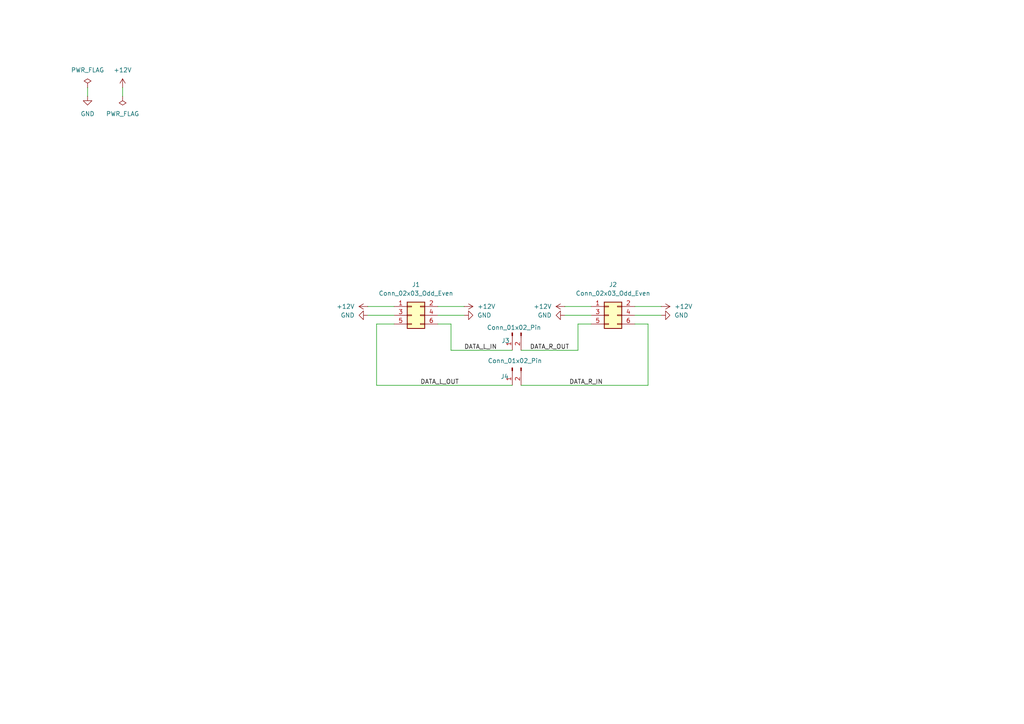
<source format=kicad_sch>
(kicad_sch
	(version 20231120)
	(generator "eeschema")
	(generator_version "8.0")
	(uuid "0ddf1965-b5b9-4831-a1ae-29de09f57489")
	(paper "A4")
	(lib_symbols
		(symbol "Connector:Conn_01x02_Pin"
			(pin_names
				(offset 1.016) hide)
			(exclude_from_sim no)
			(in_bom yes)
			(on_board yes)
			(property "Reference" "J"
				(at 0 2.54 0)
				(effects
					(font
						(size 1.27 1.27)
					)
				)
			)
			(property "Value" "Conn_01x02_Pin"
				(at 0 -5.08 0)
				(effects
					(font
						(size 1.27 1.27)
					)
				)
			)
			(property "Footprint" ""
				(at 0 0 0)
				(effects
					(font
						(size 1.27 1.27)
					)
					(hide yes)
				)
			)
			(property "Datasheet" "~"
				(at 0 0 0)
				(effects
					(font
						(size 1.27 1.27)
					)
					(hide yes)
				)
			)
			(property "Description" "Generic connector, single row, 01x02, script generated"
				(at 0 0 0)
				(effects
					(font
						(size 1.27 1.27)
					)
					(hide yes)
				)
			)
			(property "ki_locked" ""
				(at 0 0 0)
				(effects
					(font
						(size 1.27 1.27)
					)
				)
			)
			(property "ki_keywords" "connector"
				(at 0 0 0)
				(effects
					(font
						(size 1.27 1.27)
					)
					(hide yes)
				)
			)
			(property "ki_fp_filters" "Connector*:*_1x??_*"
				(at 0 0 0)
				(effects
					(font
						(size 1.27 1.27)
					)
					(hide yes)
				)
			)
			(symbol "Conn_01x02_Pin_1_1"
				(polyline
					(pts
						(xy 1.27 -2.54) (xy 0.8636 -2.54)
					)
					(stroke
						(width 0.1524)
						(type default)
					)
					(fill
						(type none)
					)
				)
				(polyline
					(pts
						(xy 1.27 0) (xy 0.8636 0)
					)
					(stroke
						(width 0.1524)
						(type default)
					)
					(fill
						(type none)
					)
				)
				(rectangle
					(start 0.8636 -2.413)
					(end 0 -2.667)
					(stroke
						(width 0.1524)
						(type default)
					)
					(fill
						(type outline)
					)
				)
				(rectangle
					(start 0.8636 0.127)
					(end 0 -0.127)
					(stroke
						(width 0.1524)
						(type default)
					)
					(fill
						(type outline)
					)
				)
				(pin passive line
					(at 5.08 0 180)
					(length 3.81)
					(name "Pin_1"
						(effects
							(font
								(size 1.27 1.27)
							)
						)
					)
					(number "1"
						(effects
							(font
								(size 1.27 1.27)
							)
						)
					)
				)
				(pin passive line
					(at 5.08 -2.54 180)
					(length 3.81)
					(name "Pin_2"
						(effects
							(font
								(size 1.27 1.27)
							)
						)
					)
					(number "2"
						(effects
							(font
								(size 1.27 1.27)
							)
						)
					)
				)
			)
		)
		(symbol "Connector_Generic:Conn_02x03_Odd_Even"
			(pin_names
				(offset 1.016) hide)
			(exclude_from_sim no)
			(in_bom yes)
			(on_board yes)
			(property "Reference" "J"
				(at 1.27 5.08 0)
				(effects
					(font
						(size 1.27 1.27)
					)
				)
			)
			(property "Value" "Conn_02x03_Odd_Even"
				(at 1.27 -5.08 0)
				(effects
					(font
						(size 1.27 1.27)
					)
				)
			)
			(property "Footprint" ""
				(at 0 0 0)
				(effects
					(font
						(size 1.27 1.27)
					)
					(hide yes)
				)
			)
			(property "Datasheet" "~"
				(at 0 0 0)
				(effects
					(font
						(size 1.27 1.27)
					)
					(hide yes)
				)
			)
			(property "Description" "Generic connector, double row, 02x03, odd/even pin numbering scheme (row 1 odd numbers, row 2 even numbers), script generated (kicad-library-utils/schlib/autogen/connector/)"
				(at 0 0 0)
				(effects
					(font
						(size 1.27 1.27)
					)
					(hide yes)
				)
			)
			(property "ki_keywords" "connector"
				(at 0 0 0)
				(effects
					(font
						(size 1.27 1.27)
					)
					(hide yes)
				)
			)
			(property "ki_fp_filters" "Connector*:*_2x??_*"
				(at 0 0 0)
				(effects
					(font
						(size 1.27 1.27)
					)
					(hide yes)
				)
			)
			(symbol "Conn_02x03_Odd_Even_1_1"
				(rectangle
					(start -1.27 -2.413)
					(end 0 -2.667)
					(stroke
						(width 0.1524)
						(type default)
					)
					(fill
						(type none)
					)
				)
				(rectangle
					(start -1.27 0.127)
					(end 0 -0.127)
					(stroke
						(width 0.1524)
						(type default)
					)
					(fill
						(type none)
					)
				)
				(rectangle
					(start -1.27 2.667)
					(end 0 2.413)
					(stroke
						(width 0.1524)
						(type default)
					)
					(fill
						(type none)
					)
				)
				(rectangle
					(start -1.27 3.81)
					(end 3.81 -3.81)
					(stroke
						(width 0.254)
						(type default)
					)
					(fill
						(type background)
					)
				)
				(rectangle
					(start 3.81 -2.413)
					(end 2.54 -2.667)
					(stroke
						(width 0.1524)
						(type default)
					)
					(fill
						(type none)
					)
				)
				(rectangle
					(start 3.81 0.127)
					(end 2.54 -0.127)
					(stroke
						(width 0.1524)
						(type default)
					)
					(fill
						(type none)
					)
				)
				(rectangle
					(start 3.81 2.667)
					(end 2.54 2.413)
					(stroke
						(width 0.1524)
						(type default)
					)
					(fill
						(type none)
					)
				)
				(pin passive line
					(at -5.08 2.54 0)
					(length 3.81)
					(name "Pin_1"
						(effects
							(font
								(size 1.27 1.27)
							)
						)
					)
					(number "1"
						(effects
							(font
								(size 1.27 1.27)
							)
						)
					)
				)
				(pin passive line
					(at 7.62 2.54 180)
					(length 3.81)
					(name "Pin_2"
						(effects
							(font
								(size 1.27 1.27)
							)
						)
					)
					(number "2"
						(effects
							(font
								(size 1.27 1.27)
							)
						)
					)
				)
				(pin passive line
					(at -5.08 0 0)
					(length 3.81)
					(name "Pin_3"
						(effects
							(font
								(size 1.27 1.27)
							)
						)
					)
					(number "3"
						(effects
							(font
								(size 1.27 1.27)
							)
						)
					)
				)
				(pin passive line
					(at 7.62 0 180)
					(length 3.81)
					(name "Pin_4"
						(effects
							(font
								(size 1.27 1.27)
							)
						)
					)
					(number "4"
						(effects
							(font
								(size 1.27 1.27)
							)
						)
					)
				)
				(pin passive line
					(at -5.08 -2.54 0)
					(length 3.81)
					(name "Pin_5"
						(effects
							(font
								(size 1.27 1.27)
							)
						)
					)
					(number "5"
						(effects
							(font
								(size 1.27 1.27)
							)
						)
					)
				)
				(pin passive line
					(at 7.62 -2.54 180)
					(length 3.81)
					(name "Pin_6"
						(effects
							(font
								(size 1.27 1.27)
							)
						)
					)
					(number "6"
						(effects
							(font
								(size 1.27 1.27)
							)
						)
					)
				)
			)
		)
		(symbol "power:+12V"
			(power)
			(pin_numbers hide)
			(pin_names
				(offset 0) hide)
			(exclude_from_sim no)
			(in_bom yes)
			(on_board yes)
			(property "Reference" "#PWR"
				(at 0 -3.81 0)
				(effects
					(font
						(size 1.27 1.27)
					)
					(hide yes)
				)
			)
			(property "Value" "+12V"
				(at 0 3.556 0)
				(effects
					(font
						(size 1.27 1.27)
					)
				)
			)
			(property "Footprint" ""
				(at 0 0 0)
				(effects
					(font
						(size 1.27 1.27)
					)
					(hide yes)
				)
			)
			(property "Datasheet" ""
				(at 0 0 0)
				(effects
					(font
						(size 1.27 1.27)
					)
					(hide yes)
				)
			)
			(property "Description" "Power symbol creates a global label with name \"+12V\""
				(at 0 0 0)
				(effects
					(font
						(size 1.27 1.27)
					)
					(hide yes)
				)
			)
			(property "ki_keywords" "global power"
				(at 0 0 0)
				(effects
					(font
						(size 1.27 1.27)
					)
					(hide yes)
				)
			)
			(symbol "+12V_0_1"
				(polyline
					(pts
						(xy -0.762 1.27) (xy 0 2.54)
					)
					(stroke
						(width 0)
						(type default)
					)
					(fill
						(type none)
					)
				)
				(polyline
					(pts
						(xy 0 0) (xy 0 2.54)
					)
					(stroke
						(width 0)
						(type default)
					)
					(fill
						(type none)
					)
				)
				(polyline
					(pts
						(xy 0 2.54) (xy 0.762 1.27)
					)
					(stroke
						(width 0)
						(type default)
					)
					(fill
						(type none)
					)
				)
			)
			(symbol "+12V_1_1"
				(pin power_in line
					(at 0 0 90)
					(length 0)
					(name "~"
						(effects
							(font
								(size 1.27 1.27)
							)
						)
					)
					(number "1"
						(effects
							(font
								(size 1.27 1.27)
							)
						)
					)
				)
			)
		)
		(symbol "power:GND"
			(power)
			(pin_numbers hide)
			(pin_names
				(offset 0) hide)
			(exclude_from_sim no)
			(in_bom yes)
			(on_board yes)
			(property "Reference" "#PWR"
				(at 0 -6.35 0)
				(effects
					(font
						(size 1.27 1.27)
					)
					(hide yes)
				)
			)
			(property "Value" "GND"
				(at 0 -3.81 0)
				(effects
					(font
						(size 1.27 1.27)
					)
				)
			)
			(property "Footprint" ""
				(at 0 0 0)
				(effects
					(font
						(size 1.27 1.27)
					)
					(hide yes)
				)
			)
			(property "Datasheet" ""
				(at 0 0 0)
				(effects
					(font
						(size 1.27 1.27)
					)
					(hide yes)
				)
			)
			(property "Description" "Power symbol creates a global label with name \"GND\" , ground"
				(at 0 0 0)
				(effects
					(font
						(size 1.27 1.27)
					)
					(hide yes)
				)
			)
			(property "ki_keywords" "global power"
				(at 0 0 0)
				(effects
					(font
						(size 1.27 1.27)
					)
					(hide yes)
				)
			)
			(symbol "GND_0_1"
				(polyline
					(pts
						(xy 0 0) (xy 0 -1.27) (xy 1.27 -1.27) (xy 0 -2.54) (xy -1.27 -1.27) (xy 0 -1.27)
					)
					(stroke
						(width 0)
						(type default)
					)
					(fill
						(type none)
					)
				)
			)
			(symbol "GND_1_1"
				(pin power_in line
					(at 0 0 270)
					(length 0)
					(name "~"
						(effects
							(font
								(size 1.27 1.27)
							)
						)
					)
					(number "1"
						(effects
							(font
								(size 1.27 1.27)
							)
						)
					)
				)
			)
		)
		(symbol "power:PWR_FLAG"
			(power)
			(pin_numbers hide)
			(pin_names
				(offset 0) hide)
			(exclude_from_sim no)
			(in_bom yes)
			(on_board yes)
			(property "Reference" "#FLG"
				(at 0 1.905 0)
				(effects
					(font
						(size 1.27 1.27)
					)
					(hide yes)
				)
			)
			(property "Value" "PWR_FLAG"
				(at 0 3.81 0)
				(effects
					(font
						(size 1.27 1.27)
					)
				)
			)
			(property "Footprint" ""
				(at 0 0 0)
				(effects
					(font
						(size 1.27 1.27)
					)
					(hide yes)
				)
			)
			(property "Datasheet" "~"
				(at 0 0 0)
				(effects
					(font
						(size 1.27 1.27)
					)
					(hide yes)
				)
			)
			(property "Description" "Special symbol for telling ERC where power comes from"
				(at 0 0 0)
				(effects
					(font
						(size 1.27 1.27)
					)
					(hide yes)
				)
			)
			(property "ki_keywords" "flag power"
				(at 0 0 0)
				(effects
					(font
						(size 1.27 1.27)
					)
					(hide yes)
				)
			)
			(symbol "PWR_FLAG_0_0"
				(pin power_out line
					(at 0 0 90)
					(length 0)
					(name "~"
						(effects
							(font
								(size 1.27 1.27)
							)
						)
					)
					(number "1"
						(effects
							(font
								(size 1.27 1.27)
							)
						)
					)
				)
			)
			(symbol "PWR_FLAG_0_1"
				(polyline
					(pts
						(xy 0 0) (xy 0 1.27) (xy -1.016 1.905) (xy 0 2.54) (xy 1.016 1.905) (xy 0 1.27)
					)
					(stroke
						(width 0)
						(type default)
					)
					(fill
						(type none)
					)
				)
			)
		)
	)
	(wire
		(pts
			(xy 25.4 25.4) (xy 25.4 27.94)
		)
		(stroke
			(width 0)
			(type default)
		)
		(uuid "0fed4a55-3551-40bd-921b-c55d374c8d06")
	)
	(wire
		(pts
			(xy 191.77 88.9) (xy 184.15 88.9)
		)
		(stroke
			(width 0)
			(type default)
		)
		(uuid "148b43ef-e7df-4c55-b41e-8709313815cc")
	)
	(wire
		(pts
			(xy 127 93.98) (xy 130.81 93.98)
		)
		(stroke
			(width 0)
			(type default)
		)
		(uuid "1dbb9c34-b10a-4312-a08c-96fdebecec92")
	)
	(wire
		(pts
			(xy 134.62 88.9) (xy 127 88.9)
		)
		(stroke
			(width 0)
			(type default)
		)
		(uuid "20fb0842-aebf-41d2-bfdd-372ef63a6316")
	)
	(wire
		(pts
			(xy 130.81 101.6) (xy 130.81 93.98)
		)
		(stroke
			(width 0)
			(type default)
		)
		(uuid "29d08208-8040-4b67-8d59-f4cf1185a482")
	)
	(wire
		(pts
			(xy 191.77 91.44) (xy 184.15 91.44)
		)
		(stroke
			(width 0)
			(type default)
		)
		(uuid "304fe7ad-09e4-4cb1-b0e1-8a248a6813bd")
	)
	(wire
		(pts
			(xy 167.64 101.6) (xy 167.64 93.98)
		)
		(stroke
			(width 0)
			(type default)
		)
		(uuid "3d481311-2dcc-46ea-b8cf-4f4ba2b84ca4")
	)
	(wire
		(pts
			(xy 130.81 101.6) (xy 148.59 101.6)
		)
		(stroke
			(width 0)
			(type default)
		)
		(uuid "3ed3df75-ad4d-41a2-82e7-2d9e52781e57")
	)
	(wire
		(pts
			(xy 35.56 25.4) (xy 35.56 27.94)
		)
		(stroke
			(width 0)
			(type default)
		)
		(uuid "482d93ad-553f-4b0b-af37-a0db2432308d")
	)
	(wire
		(pts
			(xy 109.22 111.76) (xy 148.59 111.76)
		)
		(stroke
			(width 0)
			(type default)
		)
		(uuid "499cdd9d-c06d-4aa6-8b5b-1cb7389cf7c1")
	)
	(wire
		(pts
			(xy 151.13 101.6) (xy 167.64 101.6)
		)
		(stroke
			(width 0)
			(type default)
		)
		(uuid "638f5372-3b2d-4bdf-bd7e-6307df06fe7f")
	)
	(wire
		(pts
			(xy 134.62 91.44) (xy 127 91.44)
		)
		(stroke
			(width 0)
			(type default)
		)
		(uuid "7391ca24-beaa-4534-aa38-35d991e7089a")
	)
	(wire
		(pts
			(xy 163.83 91.44) (xy 171.45 91.44)
		)
		(stroke
			(width 0)
			(type default)
		)
		(uuid "7ff30aae-cc4e-4b1a-bf66-753141f98b9b")
	)
	(wire
		(pts
			(xy 106.68 88.9) (xy 114.3 88.9)
		)
		(stroke
			(width 0)
			(type default)
		)
		(uuid "94499cc9-d7cc-4aa9-b02e-aa00e46dff80")
	)
	(wire
		(pts
			(xy 151.13 111.76) (xy 187.96 111.76)
		)
		(stroke
			(width 0)
			(type default)
		)
		(uuid "9887f2bf-859c-42a0-b3fa-90024a515cd7")
	)
	(wire
		(pts
			(xy 167.64 93.98) (xy 171.45 93.98)
		)
		(stroke
			(width 0)
			(type default)
		)
		(uuid "a715be98-4466-4f98-b3e2-233fbb5daa87")
	)
	(wire
		(pts
			(xy 109.22 93.98) (xy 114.3 93.98)
		)
		(stroke
			(width 0)
			(type default)
		)
		(uuid "afca703e-8d0a-4a09-a9c9-68afa82c785e")
	)
	(wire
		(pts
			(xy 184.15 93.98) (xy 187.96 93.98)
		)
		(stroke
			(width 0)
			(type default)
		)
		(uuid "cb02db63-a0c6-465b-85c1-6bbab648d9d8")
	)
	(wire
		(pts
			(xy 187.96 111.76) (xy 187.96 93.98)
		)
		(stroke
			(width 0)
			(type default)
		)
		(uuid "dcccf710-ed79-4a75-b1e1-0f3282da802d")
	)
	(wire
		(pts
			(xy 109.22 93.98) (xy 109.22 111.76)
		)
		(stroke
			(width 0)
			(type default)
		)
		(uuid "e230d0e0-a4ed-4974-8d4f-e600cc5e06c0")
	)
	(wire
		(pts
			(xy 163.83 88.9) (xy 171.45 88.9)
		)
		(stroke
			(width 0)
			(type default)
		)
		(uuid "f70f28bc-39ee-484e-ac03-aca57f7e84d1")
	)
	(wire
		(pts
			(xy 106.68 91.44) (xy 114.3 91.44)
		)
		(stroke
			(width 0)
			(type default)
		)
		(uuid "fb4156ac-580c-451e-8342-d3680a9545a6")
	)
	(label "DATA_R_IN"
		(at 165.1 111.76 0)
		(fields_autoplaced yes)
		(effects
			(font
				(size 1.27 1.27)
			)
			(justify left bottom)
		)
		(uuid "01a9400d-a749-43e5-a182-d09b0b5ea18d")
	)
	(label "DATA_L_IN"
		(at 134.62 101.6 0)
		(fields_autoplaced yes)
		(effects
			(font
				(size 1.27 1.27)
			)
			(justify left bottom)
		)
		(uuid "61ce3263-9e37-4ae3-99b3-024199a7ea0b")
	)
	(label "DATA_R_OUT"
		(at 153.67 101.6 0)
		(fields_autoplaced yes)
		(effects
			(font
				(size 1.27 1.27)
			)
			(justify left bottom)
		)
		(uuid "69c97e49-a795-42bc-9902-41575b7d25ff")
	)
	(label "DATA_L_OUT"
		(at 121.92 111.76 0)
		(fields_autoplaced yes)
		(effects
			(font
				(size 1.27 1.27)
			)
			(justify left bottom)
		)
		(uuid "bab28cab-cd21-4657-889a-f8d4711d7927")
	)
	(symbol
		(lib_id "power:+12V")
		(at 163.83 88.9 90)
		(unit 1)
		(exclude_from_sim no)
		(in_bom yes)
		(on_board yes)
		(dnp no)
		(fields_autoplaced yes)
		(uuid "05149f51-0953-41dd-9f11-1739e196abd0")
		(property "Reference" "#PWR07"
			(at 167.64 88.9 0)
			(effects
				(font
					(size 1.27 1.27)
				)
				(hide yes)
			)
		)
		(property "Value" "+12V"
			(at 160.02 88.8999 90)
			(effects
				(font
					(size 1.27 1.27)
				)
				(justify left)
			)
		)
		(property "Footprint" ""
			(at 163.83 88.9 0)
			(effects
				(font
					(size 1.27 1.27)
				)
				(hide yes)
			)
		)
		(property "Datasheet" ""
			(at 163.83 88.9 0)
			(effects
				(font
					(size 1.27 1.27)
				)
				(hide yes)
			)
		)
		(property "Description" "Power symbol creates a global label with name \"+12V\""
			(at 163.83 88.9 0)
			(effects
				(font
					(size 1.27 1.27)
				)
				(hide yes)
			)
		)
		(pin "1"
			(uuid "09ff6a34-0549-4f2d-a888-ceb833d7afc1")
		)
		(instances
			(project "Verbinder"
				(path "/0ddf1965-b5b9-4831-a1ae-29de09f57489"
					(reference "#PWR07")
					(unit 1)
				)
			)
		)
	)
	(symbol
		(lib_id "power:PWR_FLAG")
		(at 35.56 27.94 180)
		(unit 1)
		(exclude_from_sim no)
		(in_bom yes)
		(on_board yes)
		(dnp no)
		(fields_autoplaced yes)
		(uuid "15737930-bd4b-4d65-8b80-d00799cb8a2a")
		(property "Reference" "#FLG02"
			(at 35.56 29.845 0)
			(effects
				(font
					(size 1.27 1.27)
				)
				(hide yes)
			)
		)
		(property "Value" "PWR_FLAG"
			(at 35.56 33.02 0)
			(effects
				(font
					(size 1.27 1.27)
				)
			)
		)
		(property "Footprint" ""
			(at 35.56 27.94 0)
			(effects
				(font
					(size 1.27 1.27)
				)
				(hide yes)
			)
		)
		(property "Datasheet" "~"
			(at 35.56 27.94 0)
			(effects
				(font
					(size 1.27 1.27)
				)
				(hide yes)
			)
		)
		(property "Description" "Special symbol for telling ERC where power comes from"
			(at 35.56 27.94 0)
			(effects
				(font
					(size 1.27 1.27)
				)
				(hide yes)
			)
		)
		(pin "1"
			(uuid "a94153b8-d33c-4169-9b30-63731d6844b3")
		)
		(instances
			(project "Verbinder"
				(path "/0ddf1965-b5b9-4831-a1ae-29de09f57489"
					(reference "#FLG02")
					(unit 1)
				)
			)
		)
	)
	(symbol
		(lib_id "Connector:Conn_01x02_Pin")
		(at 148.59 106.68 90)
		(mirror x)
		(unit 1)
		(exclude_from_sim no)
		(in_bom yes)
		(on_board yes)
		(dnp no)
		(uuid "23b15654-6994-4775-a1f1-6d1f22430552")
		(property "Reference" "J4"
			(at 147.574 109.22 90)
			(effects
				(font
					(size 1.27 1.27)
				)
				(justify left)
			)
		)
		(property "Value" "Conn_01x02_Pin"
			(at 157.226 104.648 90)
			(effects
				(font
					(size 1.27 1.27)
				)
				(justify left)
			)
		)
		(property "Footprint" "Connector_PinHeader_2.54mm:PinHeader_1x02_P2.54mm_Vertical"
			(at 148.59 106.68 0)
			(effects
				(font
					(size 1.27 1.27)
				)
				(hide yes)
			)
		)
		(property "Datasheet" "~"
			(at 148.59 106.68 0)
			(effects
				(font
					(size 1.27 1.27)
				)
				(hide yes)
			)
		)
		(property "Description" "Generic connector, single row, 01x02, script generated"
			(at 148.59 106.68 0)
			(effects
				(font
					(size 1.27 1.27)
				)
				(hide yes)
			)
		)
		(pin "1"
			(uuid "82aae8c6-c0f9-4ca9-82fd-dd1b631911f3")
		)
		(pin "2"
			(uuid "4438fed2-fea6-4335-9176-8291980538be")
		)
		(instances
			(project "Verbinder"
				(path "/0ddf1965-b5b9-4831-a1ae-29de09f57489"
					(reference "J4")
					(unit 1)
				)
			)
		)
	)
	(symbol
		(lib_id "power:+12V")
		(at 35.56 25.4 0)
		(unit 1)
		(exclude_from_sim no)
		(in_bom yes)
		(on_board yes)
		(dnp no)
		(fields_autoplaced yes)
		(uuid "24d6d902-7bd2-4e2b-9a59-15f87f8704ff")
		(property "Reference" "#PWR01"
			(at 35.56 29.21 0)
			(effects
				(font
					(size 1.27 1.27)
				)
				(hide yes)
			)
		)
		(property "Value" "+12V"
			(at 35.56 20.32 0)
			(effects
				(font
					(size 1.27 1.27)
				)
			)
		)
		(property "Footprint" ""
			(at 35.56 25.4 0)
			(effects
				(font
					(size 1.27 1.27)
				)
				(hide yes)
			)
		)
		(property "Datasheet" ""
			(at 35.56 25.4 0)
			(effects
				(font
					(size 1.27 1.27)
				)
				(hide yes)
			)
		)
		(property "Description" "Power symbol creates a global label with name \"+12V\""
			(at 35.56 25.4 0)
			(effects
				(font
					(size 1.27 1.27)
				)
				(hide yes)
			)
		)
		(pin "1"
			(uuid "0669e1ee-c6c1-4ce3-9c22-1471224d0b58")
		)
		(instances
			(project ""
				(path "/0ddf1965-b5b9-4831-a1ae-29de09f57489"
					(reference "#PWR01")
					(unit 1)
				)
			)
		)
	)
	(symbol
		(lib_id "power:PWR_FLAG")
		(at 25.4 25.4 0)
		(unit 1)
		(exclude_from_sim no)
		(in_bom yes)
		(on_board yes)
		(dnp no)
		(fields_autoplaced yes)
		(uuid "28df7569-2b68-4256-81a1-d2c2d250d9f2")
		(property "Reference" "#FLG01"
			(at 25.4 23.495 0)
			(effects
				(font
					(size 1.27 1.27)
				)
				(hide yes)
			)
		)
		(property "Value" "PWR_FLAG"
			(at 25.4 20.32 0)
			(effects
				(font
					(size 1.27 1.27)
				)
			)
		)
		(property "Footprint" ""
			(at 25.4 25.4 0)
			(effects
				(font
					(size 1.27 1.27)
				)
				(hide yes)
			)
		)
		(property "Datasheet" "~"
			(at 25.4 25.4 0)
			(effects
				(font
					(size 1.27 1.27)
				)
				(hide yes)
			)
		)
		(property "Description" "Special symbol for telling ERC where power comes from"
			(at 25.4 25.4 0)
			(effects
				(font
					(size 1.27 1.27)
				)
				(hide yes)
			)
		)
		(pin "1"
			(uuid "505bed06-7468-47da-9514-97e8fa38d8dc")
		)
		(instances
			(project ""
				(path "/0ddf1965-b5b9-4831-a1ae-29de09f57489"
					(reference "#FLG01")
					(unit 1)
				)
			)
		)
	)
	(symbol
		(lib_id "power:+12V")
		(at 134.62 88.9 270)
		(mirror x)
		(unit 1)
		(exclude_from_sim no)
		(in_bom yes)
		(on_board yes)
		(dnp no)
		(fields_autoplaced yes)
		(uuid "5445a4c0-516f-4055-a902-e448e64f4240")
		(property "Reference" "#PWR05"
			(at 130.81 88.9 0)
			(effects
				(font
					(size 1.27 1.27)
				)
				(hide yes)
			)
		)
		(property "Value" "+12V"
			(at 138.43 88.8999 90)
			(effects
				(font
					(size 1.27 1.27)
				)
				(justify left)
			)
		)
		(property "Footprint" ""
			(at 134.62 88.9 0)
			(effects
				(font
					(size 1.27 1.27)
				)
				(hide yes)
			)
		)
		(property "Datasheet" ""
			(at 134.62 88.9 0)
			(effects
				(font
					(size 1.27 1.27)
				)
				(hide yes)
			)
		)
		(property "Description" "Power symbol creates a global label with name \"+12V\""
			(at 134.62 88.9 0)
			(effects
				(font
					(size 1.27 1.27)
				)
				(hide yes)
			)
		)
		(pin "1"
			(uuid "ea634130-ab9a-4e65-9f6a-cd641568086b")
		)
		(instances
			(project "Verbinder"
				(path "/0ddf1965-b5b9-4831-a1ae-29de09f57489"
					(reference "#PWR05")
					(unit 1)
				)
			)
		)
	)
	(symbol
		(lib_id "power:+12V")
		(at 106.68 88.9 90)
		(unit 1)
		(exclude_from_sim no)
		(in_bom yes)
		(on_board yes)
		(dnp no)
		(fields_autoplaced yes)
		(uuid "6846b6e3-11b9-4641-82ea-ea0b22c2d4ee")
		(property "Reference" "#PWR03"
			(at 110.49 88.9 0)
			(effects
				(font
					(size 1.27 1.27)
				)
				(hide yes)
			)
		)
		(property "Value" "+12V"
			(at 102.87 88.8999 90)
			(effects
				(font
					(size 1.27 1.27)
				)
				(justify left)
			)
		)
		(property "Footprint" ""
			(at 106.68 88.9 0)
			(effects
				(font
					(size 1.27 1.27)
				)
				(hide yes)
			)
		)
		(property "Datasheet" ""
			(at 106.68 88.9 0)
			(effects
				(font
					(size 1.27 1.27)
				)
				(hide yes)
			)
		)
		(property "Description" "Power symbol creates a global label with name \"+12V\""
			(at 106.68 88.9 0)
			(effects
				(font
					(size 1.27 1.27)
				)
				(hide yes)
			)
		)
		(pin "1"
			(uuid "b477d3f9-dbb5-4968-ab82-2f5ae952a833")
		)
		(instances
			(project "Verbinder"
				(path "/0ddf1965-b5b9-4831-a1ae-29de09f57489"
					(reference "#PWR03")
					(unit 1)
				)
			)
		)
	)
	(symbol
		(lib_id "Connector:Conn_01x02_Pin")
		(at 148.59 96.52 90)
		(mirror x)
		(unit 1)
		(exclude_from_sim no)
		(in_bom yes)
		(on_board yes)
		(dnp no)
		(uuid "6995ec43-f133-44a8-a3a1-f641e62dfaf7")
		(property "Reference" "J3"
			(at 147.828 98.806 90)
			(effects
				(font
					(size 1.27 1.27)
				)
				(justify left)
			)
		)
		(property "Value" "Conn_01x02_Pin"
			(at 156.972 94.996 90)
			(effects
				(font
					(size 1.27 1.27)
				)
				(justify left)
			)
		)
		(property "Footprint" "Connector_PinHeader_2.54mm:PinHeader_1x02_P2.54mm_Vertical"
			(at 148.59 96.52 0)
			(effects
				(font
					(size 1.27 1.27)
				)
				(hide yes)
			)
		)
		(property "Datasheet" "~"
			(at 148.59 96.52 0)
			(effects
				(font
					(size 1.27 1.27)
				)
				(hide yes)
			)
		)
		(property "Description" "Generic connector, single row, 01x02, script generated"
			(at 148.59 96.52 0)
			(effects
				(font
					(size 1.27 1.27)
				)
				(hide yes)
			)
		)
		(pin "1"
			(uuid "2fd27f0f-605a-4b75-bbf0-d76cce2821ab")
		)
		(pin "2"
			(uuid "9cfd3c6a-26da-4ca8-9a8f-547a9113ea26")
		)
		(instances
			(project ""
				(path "/0ddf1965-b5b9-4831-a1ae-29de09f57489"
					(reference "J3")
					(unit 1)
				)
			)
		)
	)
	(symbol
		(lib_id "Connector_Generic:Conn_02x03_Odd_Even")
		(at 119.38 91.44 0)
		(unit 1)
		(exclude_from_sim no)
		(in_bom yes)
		(on_board yes)
		(dnp no)
		(fields_autoplaced yes)
		(uuid "80356241-eb5e-4df4-8322-615a61affc1d")
		(property "Reference" "J1"
			(at 120.65 82.55 0)
			(effects
				(font
					(size 1.27 1.27)
				)
			)
		)
		(property "Value" "Conn_02x03_Odd_Even"
			(at 120.65 85.09 0)
			(effects
				(font
					(size 1.27 1.27)
				)
			)
		)
		(property "Footprint" "Connector_PinSocket_2.54mm:PinSocket_2x03_P2.54mm_Vertical"
			(at 119.38 91.44 0)
			(effects
				(font
					(size 1.27 1.27)
				)
				(hide yes)
			)
		)
		(property "Datasheet" "~"
			(at 119.38 91.44 0)
			(effects
				(font
					(size 1.27 1.27)
				)
				(hide yes)
			)
		)
		(property "Description" "Generic connector, double row, 02x03, odd/even pin numbering scheme (row 1 odd numbers, row 2 even numbers), script generated (kicad-library-utils/schlib/autogen/connector/)"
			(at 119.38 91.44 0)
			(effects
				(font
					(size 1.27 1.27)
				)
				(hide yes)
			)
		)
		(pin "5"
			(uuid "d3da6e8d-f1e3-469f-b26b-643a933e7be6")
		)
		(pin "3"
			(uuid "34f4ebdf-3966-445a-b033-6f46ae909340")
		)
		(pin "6"
			(uuid "e0d9eeec-3b13-4147-9786-b28150f8bb96")
		)
		(pin "4"
			(uuid "e34a746d-f64b-4410-9b42-9fba67f7dce6")
		)
		(pin "1"
			(uuid "902f6f91-1d55-484f-b011-ed44f4bc114c")
		)
		(pin "2"
			(uuid "d44dd692-210c-41a1-ba03-31162cfbd95e")
		)
		(instances
			(project ""
				(path "/0ddf1965-b5b9-4831-a1ae-29de09f57489"
					(reference "J1")
					(unit 1)
				)
			)
		)
	)
	(symbol
		(lib_id "power:+12V")
		(at 191.77 88.9 270)
		(mirror x)
		(unit 1)
		(exclude_from_sim no)
		(in_bom yes)
		(on_board yes)
		(dnp no)
		(fields_autoplaced yes)
		(uuid "8d99d5ed-a046-4c73-9993-9f4dcd76d04b")
		(property "Reference" "#PWR08"
			(at 187.96 88.9 0)
			(effects
				(font
					(size 1.27 1.27)
				)
				(hide yes)
			)
		)
		(property "Value" "+12V"
			(at 195.58 88.8999 90)
			(effects
				(font
					(size 1.27 1.27)
				)
				(justify left)
			)
		)
		(property "Footprint" ""
			(at 191.77 88.9 0)
			(effects
				(font
					(size 1.27 1.27)
				)
				(hide yes)
			)
		)
		(property "Datasheet" ""
			(at 191.77 88.9 0)
			(effects
				(font
					(size 1.27 1.27)
				)
				(hide yes)
			)
		)
		(property "Description" "Power symbol creates a global label with name \"+12V\""
			(at 191.77 88.9 0)
			(effects
				(font
					(size 1.27 1.27)
				)
				(hide yes)
			)
		)
		(pin "1"
			(uuid "c9a8172a-c5a4-45d9-b986-05e2885af7eb")
		)
		(instances
			(project "Verbinder"
				(path "/0ddf1965-b5b9-4831-a1ae-29de09f57489"
					(reference "#PWR08")
					(unit 1)
				)
			)
		)
	)
	(symbol
		(lib_id "power:GND")
		(at 191.77 91.44 90)
		(mirror x)
		(unit 1)
		(exclude_from_sim no)
		(in_bom yes)
		(on_board yes)
		(dnp no)
		(fields_autoplaced yes)
		(uuid "91950612-f96a-405e-8357-f8b3365c2b8f")
		(property "Reference" "#PWR010"
			(at 198.12 91.44 0)
			(effects
				(font
					(size 1.27 1.27)
				)
				(hide yes)
			)
		)
		(property "Value" "GND"
			(at 195.58 91.4399 90)
			(effects
				(font
					(size 1.27 1.27)
				)
				(justify right)
			)
		)
		(property "Footprint" ""
			(at 191.77 91.44 0)
			(effects
				(font
					(size 1.27 1.27)
				)
				(hide yes)
			)
		)
		(property "Datasheet" ""
			(at 191.77 91.44 0)
			(effects
				(font
					(size 1.27 1.27)
				)
				(hide yes)
			)
		)
		(property "Description" "Power symbol creates a global label with name \"GND\" , ground"
			(at 191.77 91.44 0)
			(effects
				(font
					(size 1.27 1.27)
				)
				(hide yes)
			)
		)
		(pin "1"
			(uuid "b428ec53-eb63-4160-bf94-d1bd5322b2f2")
		)
		(instances
			(project "Verbinder"
				(path "/0ddf1965-b5b9-4831-a1ae-29de09f57489"
					(reference "#PWR010")
					(unit 1)
				)
			)
		)
	)
	(symbol
		(lib_id "power:GND")
		(at 106.68 91.44 270)
		(unit 1)
		(exclude_from_sim no)
		(in_bom yes)
		(on_board yes)
		(dnp no)
		(fields_autoplaced yes)
		(uuid "a8a8302f-3515-40fb-b71a-82dd3e4fecda")
		(property "Reference" "#PWR04"
			(at 100.33 91.44 0)
			(effects
				(font
					(size 1.27 1.27)
				)
				(hide yes)
			)
		)
		(property "Value" "GND"
			(at 102.87 91.4399 90)
			(effects
				(font
					(size 1.27 1.27)
				)
				(justify right)
			)
		)
		(property "Footprint" ""
			(at 106.68 91.44 0)
			(effects
				(font
					(size 1.27 1.27)
				)
				(hide yes)
			)
		)
		(property "Datasheet" ""
			(at 106.68 91.44 0)
			(effects
				(font
					(size 1.27 1.27)
				)
				(hide yes)
			)
		)
		(property "Description" "Power symbol creates a global label with name \"GND\" , ground"
			(at 106.68 91.44 0)
			(effects
				(font
					(size 1.27 1.27)
				)
				(hide yes)
			)
		)
		(pin "1"
			(uuid "8855bfd7-f2a1-4d2d-b5f2-f01b497b6df2")
		)
		(instances
			(project "Verbinder"
				(path "/0ddf1965-b5b9-4831-a1ae-29de09f57489"
					(reference "#PWR04")
					(unit 1)
				)
			)
		)
	)
	(symbol
		(lib_id "power:GND")
		(at 163.83 91.44 270)
		(unit 1)
		(exclude_from_sim no)
		(in_bom yes)
		(on_board yes)
		(dnp no)
		(fields_autoplaced yes)
		(uuid "acea14e1-8c98-43c5-a194-12bc7ec443fd")
		(property "Reference" "#PWR09"
			(at 157.48 91.44 0)
			(effects
				(font
					(size 1.27 1.27)
				)
				(hide yes)
			)
		)
		(property "Value" "GND"
			(at 160.02 91.4399 90)
			(effects
				(font
					(size 1.27 1.27)
				)
				(justify right)
			)
		)
		(property "Footprint" ""
			(at 163.83 91.44 0)
			(effects
				(font
					(size 1.27 1.27)
				)
				(hide yes)
			)
		)
		(property "Datasheet" ""
			(at 163.83 91.44 0)
			(effects
				(font
					(size 1.27 1.27)
				)
				(hide yes)
			)
		)
		(property "Description" "Power symbol creates a global label with name \"GND\" , ground"
			(at 163.83 91.44 0)
			(effects
				(font
					(size 1.27 1.27)
				)
				(hide yes)
			)
		)
		(pin "1"
			(uuid "7c8f6115-887f-47cd-9388-e5b6feaf6fd2")
		)
		(instances
			(project "Verbinder"
				(path "/0ddf1965-b5b9-4831-a1ae-29de09f57489"
					(reference "#PWR09")
					(unit 1)
				)
			)
		)
	)
	(symbol
		(lib_id "power:GND")
		(at 134.62 91.44 90)
		(mirror x)
		(unit 1)
		(exclude_from_sim no)
		(in_bom yes)
		(on_board yes)
		(dnp no)
		(fields_autoplaced yes)
		(uuid "af25901d-b6e1-4531-83af-bf83ccafe963")
		(property "Reference" "#PWR06"
			(at 140.97 91.44 0)
			(effects
				(font
					(size 1.27 1.27)
				)
				(hide yes)
			)
		)
		(property "Value" "GND"
			(at 138.43 91.4399 90)
			(effects
				(font
					(size 1.27 1.27)
				)
				(justify right)
			)
		)
		(property "Footprint" ""
			(at 134.62 91.44 0)
			(effects
				(font
					(size 1.27 1.27)
				)
				(hide yes)
			)
		)
		(property "Datasheet" ""
			(at 134.62 91.44 0)
			(effects
				(font
					(size 1.27 1.27)
				)
				(hide yes)
			)
		)
		(property "Description" "Power symbol creates a global label with name \"GND\" , ground"
			(at 134.62 91.44 0)
			(effects
				(font
					(size 1.27 1.27)
				)
				(hide yes)
			)
		)
		(pin "1"
			(uuid "6ff135b7-4fc2-423a-a988-f6a31d6ce0d6")
		)
		(instances
			(project "Verbinder"
				(path "/0ddf1965-b5b9-4831-a1ae-29de09f57489"
					(reference "#PWR06")
					(unit 1)
				)
			)
		)
	)
	(symbol
		(lib_id "Connector_Generic:Conn_02x03_Odd_Even")
		(at 176.53 91.44 0)
		(unit 1)
		(exclude_from_sim no)
		(in_bom yes)
		(on_board yes)
		(dnp no)
		(fields_autoplaced yes)
		(uuid "f46aeb8f-5def-41d9-8b57-fb97d17d9d43")
		(property "Reference" "J2"
			(at 177.8 82.55 0)
			(effects
				(font
					(size 1.27 1.27)
				)
			)
		)
		(property "Value" "Conn_02x03_Odd_Even"
			(at 177.8 85.09 0)
			(effects
				(font
					(size 1.27 1.27)
				)
			)
		)
		(property "Footprint" "Connector_PinSocket_2.54mm:PinSocket_2x03_P2.54mm_Vertical"
			(at 176.53 91.44 0)
			(effects
				(font
					(size 1.27 1.27)
				)
				(hide yes)
			)
		)
		(property "Datasheet" "~"
			(at 176.53 91.44 0)
			(effects
				(font
					(size 1.27 1.27)
				)
				(hide yes)
			)
		)
		(property "Description" "Generic connector, double row, 02x03, odd/even pin numbering scheme (row 1 odd numbers, row 2 even numbers), script generated (kicad-library-utils/schlib/autogen/connector/)"
			(at 176.53 91.44 0)
			(effects
				(font
					(size 1.27 1.27)
				)
				(hide yes)
			)
		)
		(pin "5"
			(uuid "9cc65b99-b1fd-4340-8b6a-58ca497415d5")
		)
		(pin "3"
			(uuid "dc3b1762-e86d-4509-8b7c-d5d084a5b704")
		)
		(pin "6"
			(uuid "5f473f61-bf48-4925-b22b-ced1ee24737e")
		)
		(pin "4"
			(uuid "4c97d4e2-f13b-45c0-b349-bdbb0dddc3a4")
		)
		(pin "1"
			(uuid "20a7d9bf-a3bd-4682-bde2-609e4aa04775")
		)
		(pin "2"
			(uuid "1c42f6ed-9fc9-48f8-8d10-66b0358e766b")
		)
		(instances
			(project "Verbinder"
				(path "/0ddf1965-b5b9-4831-a1ae-29de09f57489"
					(reference "J2")
					(unit 1)
				)
			)
		)
	)
	(symbol
		(lib_id "power:GND")
		(at 25.4 27.94 0)
		(unit 1)
		(exclude_from_sim no)
		(in_bom yes)
		(on_board yes)
		(dnp no)
		(fields_autoplaced yes)
		(uuid "fe21cfa9-40b1-49b1-b5d9-7e65f9b8db4d")
		(property "Reference" "#PWR02"
			(at 25.4 34.29 0)
			(effects
				(font
					(size 1.27 1.27)
				)
				(hide yes)
			)
		)
		(property "Value" "GND"
			(at 25.4 33.02 0)
			(effects
				(font
					(size 1.27 1.27)
				)
			)
		)
		(property "Footprint" ""
			(at 25.4 27.94 0)
			(effects
				(font
					(size 1.27 1.27)
				)
				(hide yes)
			)
		)
		(property "Datasheet" ""
			(at 25.4 27.94 0)
			(effects
				(font
					(size 1.27 1.27)
				)
				(hide yes)
			)
		)
		(property "Description" "Power symbol creates a global label with name \"GND\" , ground"
			(at 25.4 27.94 0)
			(effects
				(font
					(size 1.27 1.27)
				)
				(hide yes)
			)
		)
		(pin "1"
			(uuid "45d49d12-587c-4caf-875d-a0422d669b15")
		)
		(instances
			(project ""
				(path "/0ddf1965-b5b9-4831-a1ae-29de09f57489"
					(reference "#PWR02")
					(unit 1)
				)
			)
		)
	)
	(sheet_instances
		(path "/"
			(page "1")
		)
	)
)

</source>
